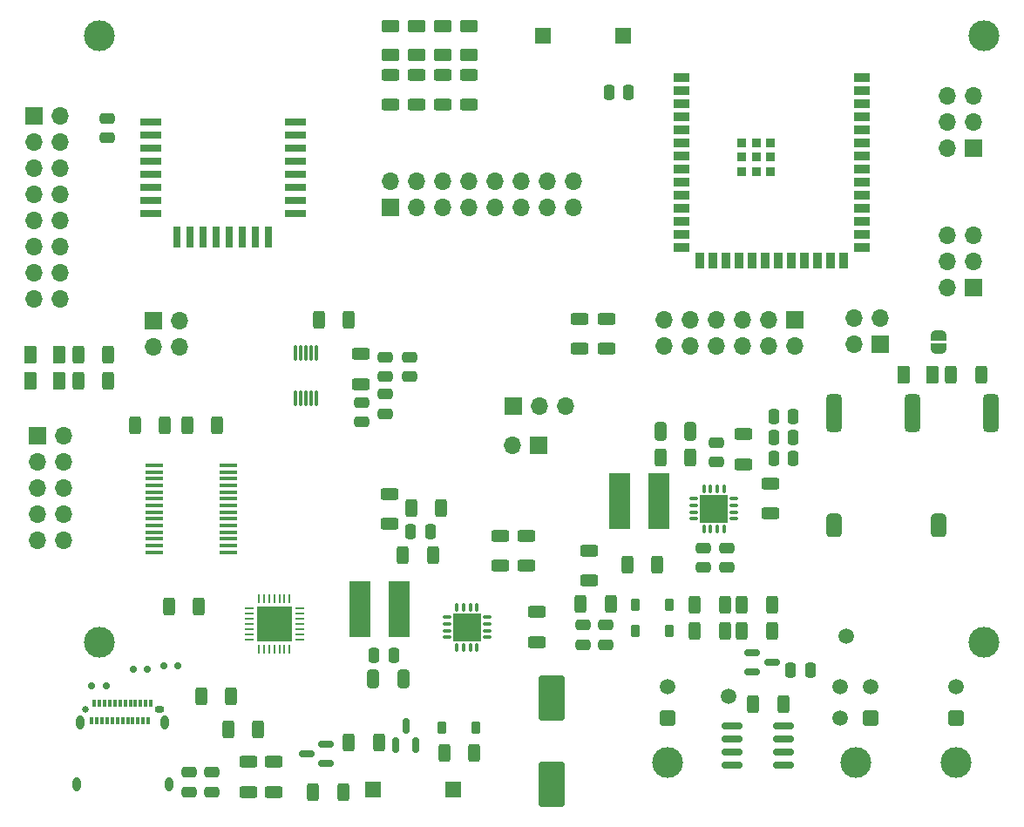
<source format=gts>
G04 #@! TF.GenerationSoftware,KiCad,Pcbnew,7.0.2-6a45011f42~172~ubuntu20.04.1*
G04 #@! TF.CreationDate,2023-05-01T11:45:46+02:00*
G04 #@! TF.ProjectId,pippino_board,70697070-696e-46f5-9f62-6f6172642e6b,rev?*
G04 #@! TF.SameCoordinates,Original*
G04 #@! TF.FileFunction,Soldermask,Top*
G04 #@! TF.FilePolarity,Negative*
%FSLAX46Y46*%
G04 Gerber Fmt 4.6, Leading zero omitted, Abs format (unit mm)*
G04 Created by KiCad (PCBNEW 7.0.2-6a45011f42~172~ubuntu20.04.1) date 2023-05-01 11:45:46*
%MOMM*%
%LPD*%
G01*
G04 APERTURE LIST*
G04 Aperture macros list*
%AMRoundRect*
0 Rectangle with rounded corners*
0 $1 Rounding radius*
0 $2 $3 $4 $5 $6 $7 $8 $9 X,Y pos of 4 corners*
0 Add a 4 corners polygon primitive as box body*
4,1,4,$2,$3,$4,$5,$6,$7,$8,$9,$2,$3,0*
0 Add four circle primitives for the rounded corners*
1,1,$1+$1,$2,$3*
1,1,$1+$1,$4,$5*
1,1,$1+$1,$6,$7*
1,1,$1+$1,$8,$9*
0 Add four rect primitives between the rounded corners*
20,1,$1+$1,$2,$3,$4,$5,0*
20,1,$1+$1,$4,$5,$6,$7,0*
20,1,$1+$1,$6,$7,$8,$9,0*
20,1,$1+$1,$8,$9,$2,$3,0*%
%AMFreePoly0*
4,1,19,0.500000,-0.750000,0.000000,-0.750000,0.000000,-0.744911,-0.071157,-0.744911,-0.207708,-0.704816,-0.327430,-0.627875,-0.420627,-0.520320,-0.479746,-0.390866,-0.500000,-0.250000,-0.500000,0.250000,-0.479746,0.390866,-0.420627,0.520320,-0.327430,0.627875,-0.207708,0.704816,-0.071157,0.744911,0.000000,0.744911,0.000000,0.750000,0.500000,0.750000,0.500000,-0.750000,0.500000,-0.750000,
$1*%
%AMFreePoly1*
4,1,19,0.000000,0.744911,0.071157,0.744911,0.207708,0.704816,0.327430,0.627875,0.420627,0.520320,0.479746,0.390866,0.500000,0.250000,0.500000,-0.250000,0.479746,-0.390866,0.420627,-0.520320,0.327430,-0.627875,0.207708,-0.704816,0.071157,-0.744911,0.000000,-0.744911,0.000000,-0.750000,-0.500000,-0.750000,-0.500000,0.750000,0.000000,0.750000,0.000000,0.744911,0.000000,0.744911,
$1*%
G04 Aperture macros list end*
%ADD10RoundRect,0.250000X0.625000X-0.312500X0.625000X0.312500X-0.625000X0.312500X-0.625000X-0.312500X0*%
%ADD11RoundRect,0.250000X0.312500X0.625000X-0.312500X0.625000X-0.312500X-0.625000X0.312500X-0.625000X0*%
%ADD12FreePoly0,270.000000*%
%ADD13FreePoly1,270.000000*%
%ADD14RoundRect,0.250000X-0.375000X-0.625000X0.375000X-0.625000X0.375000X0.625000X-0.375000X0.625000X0*%
%ADD15R,1.750000X0.450000*%
%ADD16RoundRect,0.250000X-0.625000X0.375000X-0.625000X-0.375000X0.625000X-0.375000X0.625000X0.375000X0*%
%ADD17RoundRect,0.250000X0.250000X0.475000X-0.250000X0.475000X-0.250000X-0.475000X0.250000X-0.475000X0*%
%ADD18C,3.000000*%
%ADD19RoundRect,0.150000X-0.150000X-0.200000X0.150000X-0.200000X0.150000X0.200000X-0.150000X0.200000X0*%
%ADD20RoundRect,0.250000X-0.312500X-0.625000X0.312500X-0.625000X0.312500X0.625000X-0.312500X0.625000X0*%
%ADD21RoundRect,0.250000X-0.475000X0.250000X-0.475000X-0.250000X0.475000X-0.250000X0.475000X0.250000X0*%
%ADD22RoundRect,0.381000X-0.381000X1.460500X-0.381000X-1.460500X0.381000X-1.460500X0.381000X1.460500X0*%
%ADD23RoundRect,0.381000X-0.381000X0.762000X-0.381000X-0.762000X0.381000X-0.762000X0.381000X0.762000X0*%
%ADD24C,1.500000*%
%ADD25RoundRect,0.087500X0.087500X-0.325000X0.087500X0.325000X-0.087500X0.325000X-0.087500X-0.325000X0*%
%ADD26RoundRect,0.087500X0.325000X-0.087500X0.325000X0.087500X-0.325000X0.087500X-0.325000X-0.087500X0*%
%ADD27R,2.700000X2.700000*%
%ADD28RoundRect,0.075000X-0.075000X0.650000X-0.075000X-0.650000X0.075000X-0.650000X0.075000X0.650000X0*%
%ADD29RoundRect,0.250001X0.499999X0.499999X-0.499999X0.499999X-0.499999X-0.499999X0.499999X-0.499999X0*%
%ADD30RoundRect,0.150000X-0.587500X-0.150000X0.587500X-0.150000X0.587500X0.150000X-0.587500X0.150000X0*%
%ADD31R,1.700000X1.700000*%
%ADD32O,1.700000X1.700000*%
%ADD33RoundRect,0.225000X-0.225000X-0.375000X0.225000X-0.375000X0.225000X0.375000X-0.225000X0.375000X0*%
%ADD34RoundRect,0.250000X-1.000000X1.950000X-1.000000X-1.950000X1.000000X-1.950000X1.000000X1.950000X0*%
%ADD35RoundRect,0.225000X0.225000X0.375000X-0.225000X0.375000X-0.225000X-0.375000X0.225000X-0.375000X0*%
%ADD36RoundRect,0.250000X0.475000X-0.250000X0.475000X0.250000X-0.475000X0.250000X-0.475000X-0.250000X0*%
%ADD37RoundRect,0.150000X0.150000X-0.587500X0.150000X0.587500X-0.150000X0.587500X-0.150000X-0.587500X0*%
%ADD38RoundRect,0.150000X0.150000X0.200000X-0.150000X0.200000X-0.150000X-0.200000X0.150000X-0.200000X0*%
%ADD39RoundRect,0.250000X-0.325000X-0.650000X0.325000X-0.650000X0.325000X0.650000X-0.325000X0.650000X0*%
%ADD40RoundRect,0.250000X-0.625000X0.312500X-0.625000X-0.312500X0.625000X-0.312500X0.625000X0.312500X0*%
%ADD41R,1.500000X1.500000*%
%ADD42RoundRect,0.250000X-0.250000X-0.475000X0.250000X-0.475000X0.250000X0.475000X-0.250000X0.475000X0*%
%ADD43R,1.500000X0.900000*%
%ADD44R,0.900000X1.500000*%
%ADD45R,0.900000X0.900000*%
%ADD46R,2.150000X5.500000*%
%ADD47RoundRect,0.062500X-0.337500X-0.062500X0.337500X-0.062500X0.337500X0.062500X-0.337500X0.062500X0*%
%ADD48RoundRect,0.062500X-0.062500X-0.337500X0.062500X-0.337500X0.062500X0.337500X-0.062500X0.337500X0*%
%ADD49R,3.350000X3.350000*%
%ADD50C,0.650000*%
%ADD51O,0.950000X0.650000*%
%ADD52R,0.300000X0.700000*%
%ADD53O,0.800000X1.400000*%
%ADD54RoundRect,0.150000X-0.825000X-0.150000X0.825000X-0.150000X0.825000X0.150000X-0.825000X0.150000X0*%
%ADD55RoundRect,0.150000X0.587500X0.150000X-0.587500X0.150000X-0.587500X-0.150000X0.587500X-0.150000X0*%
%ADD56R,2.000000X0.700000*%
%ADD57R,0.700000X2.000000*%
G04 APERTURE END LIST*
D10*
X138250000Y-131462500D03*
X138250000Y-128537500D03*
D11*
X110912500Y-117590000D03*
X107987500Y-117590000D03*
X133712500Y-157500000D03*
X130787500Y-157500000D03*
D12*
X191600000Y-113150000D03*
D13*
X191600000Y-114450000D03*
D14*
X103381250Y-117590000D03*
X106181250Y-117590000D03*
D15*
X122600000Y-134225000D03*
X122600000Y-133575000D03*
X122600000Y-132925000D03*
X122600000Y-132275000D03*
X122600000Y-131625000D03*
X122600000Y-130975000D03*
X122600000Y-130325000D03*
X122600000Y-129675000D03*
X122600000Y-129025000D03*
X122600000Y-128375000D03*
X122600000Y-127725000D03*
X122600000Y-127075000D03*
X122600000Y-126425000D03*
X122600000Y-125775000D03*
X115400000Y-125775000D03*
X115400000Y-126425000D03*
X115400000Y-127075000D03*
X115400000Y-127725000D03*
X115400000Y-128375000D03*
X115400000Y-129025000D03*
X115400000Y-129675000D03*
X115400000Y-130325000D03*
X115400000Y-130975000D03*
X115400000Y-131625000D03*
X115400000Y-132275000D03*
X115400000Y-132925000D03*
X115400000Y-133575000D03*
X115400000Y-134225000D03*
D14*
X103381250Y-115000000D03*
X106181250Y-115000000D03*
D16*
X143440000Y-83100000D03*
X143440000Y-85900000D03*
D14*
X188200000Y-117000000D03*
X191000000Y-117000000D03*
D11*
X110912500Y-115000000D03*
X107987500Y-115000000D03*
D17*
X177450000Y-125104000D03*
X175550000Y-125104000D03*
D18*
X196000000Y-84000000D03*
D19*
X117700000Y-145250000D03*
X116300000Y-145250000D03*
D20*
X164537500Y-125000000D03*
X167462500Y-125000000D03*
D10*
X124500000Y-157500000D03*
X124500000Y-154575000D03*
D21*
X118750000Y-155587500D03*
X118750000Y-157487500D03*
D22*
X196620000Y-120721500D03*
X189000000Y-120721500D03*
X181380000Y-120721500D03*
D23*
X181380000Y-131580000D03*
X191540000Y-131580000D03*
D11*
X159712500Y-139250000D03*
X156787500Y-139250000D03*
X137212500Y-152710000D03*
X134287500Y-152710000D03*
D24*
X182600000Y-142400000D03*
D25*
X168775000Y-131962500D03*
X169425000Y-131962500D03*
X170075000Y-131962500D03*
X170725000Y-131962500D03*
D26*
X171712500Y-130975000D03*
X171712500Y-130325000D03*
X171712500Y-129675000D03*
X171712500Y-129025000D03*
D25*
X170725000Y-128037500D03*
X170075000Y-128037500D03*
X169425000Y-128037500D03*
X168775000Y-128037500D03*
D26*
X167787500Y-129025000D03*
X167787500Y-129675000D03*
X167787500Y-130325000D03*
X167787500Y-130975000D03*
D27*
X169750000Y-130000000D03*
D28*
X131109000Y-114877000D03*
X130609000Y-114877000D03*
X130109000Y-114877000D03*
X129609000Y-114877000D03*
X129109000Y-114877000D03*
X129109000Y-119277000D03*
X129609000Y-119277000D03*
X130109000Y-119277000D03*
X130609000Y-119277000D03*
X131109000Y-119277000D03*
D10*
X151500000Y-135534500D03*
X151500000Y-132609500D03*
D17*
X179100000Y-145700000D03*
X177200000Y-145700000D03*
D21*
X170000000Y-123550000D03*
X170000000Y-125450000D03*
D11*
X146462500Y-153750000D03*
X143537500Y-153750000D03*
D18*
X110000000Y-84000000D03*
X183500000Y-154620000D03*
D29*
X185000000Y-150300000D03*
D24*
X182000000Y-150300000D03*
X185000000Y-147300000D03*
X182000000Y-147300000D03*
D11*
X121478500Y-121872000D03*
X118553500Y-121872000D03*
D30*
X173490500Y-145866000D03*
X173490500Y-143966000D03*
X175365500Y-144916000D03*
D31*
X177600000Y-111625000D03*
D32*
X177600000Y-114165000D03*
X175060000Y-111625000D03*
X175060000Y-114165000D03*
X172520000Y-111625000D03*
X172520000Y-114165000D03*
X169980000Y-111625000D03*
X169980000Y-114165000D03*
X167440000Y-111625000D03*
X167440000Y-114165000D03*
X164900000Y-111625000D03*
X164900000Y-114165000D03*
D18*
X165200000Y-154620000D03*
D29*
X165200000Y-150300000D03*
D24*
X165200000Y-147300000D03*
D16*
X140900000Y-83100000D03*
X140900000Y-85900000D03*
D20*
X122537500Y-151400000D03*
X125462500Y-151400000D03*
D33*
X162110000Y-141868000D03*
X165410000Y-141868000D03*
D34*
X154000000Y-148400000D03*
X154000000Y-156800000D03*
D18*
X196000000Y-143000000D03*
D35*
X146650000Y-151250000D03*
X143350000Y-151250000D03*
D36*
X157000000Y-143200000D03*
X157000000Y-141300000D03*
D20*
X113473500Y-121872000D03*
X116398500Y-121872000D03*
D21*
X135500000Y-119650000D03*
X135500000Y-121550000D03*
X140200000Y-115250000D03*
X140200000Y-117150000D03*
D18*
X110000000Y-143000000D03*
D37*
X138850000Y-152937500D03*
X140750000Y-152937500D03*
X139800000Y-151062500D03*
D36*
X137800000Y-120750000D03*
X137800000Y-118850000D03*
D38*
X113300000Y-145600000D03*
X114700000Y-145600000D03*
D39*
X136625000Y-146500000D03*
X139575000Y-146500000D03*
D20*
X172457500Y-139328000D03*
X175382500Y-139328000D03*
D31*
X104000000Y-122920000D03*
D32*
X106540000Y-122920000D03*
X104000000Y-125460000D03*
X106540000Y-125460000D03*
X104000000Y-128000000D03*
X106540000Y-128000000D03*
X104000000Y-130540000D03*
X106540000Y-130540000D03*
X104000000Y-133080000D03*
X106540000Y-133080000D03*
D17*
X161450000Y-89500000D03*
X159550000Y-89500000D03*
D11*
X170810500Y-141868000D03*
X167885500Y-141868000D03*
D31*
X150225000Y-120000000D03*
D32*
X152765000Y-120000000D03*
X155305000Y-120000000D03*
D24*
X171200000Y-148200000D03*
D31*
X138340000Y-100725000D03*
D32*
X138340000Y-98185000D03*
X140880000Y-100725000D03*
X140880000Y-98185000D03*
X143420000Y-100725000D03*
X143420000Y-98185000D03*
X145960000Y-100725000D03*
X145960000Y-98185000D03*
X148500000Y-100725000D03*
X148500000Y-98185000D03*
X151040000Y-100725000D03*
X151040000Y-98185000D03*
X153580000Y-100725000D03*
X153580000Y-98185000D03*
X156120000Y-100725000D03*
X156120000Y-98185000D03*
D31*
X195000000Y-108500000D03*
D32*
X192460000Y-108500000D03*
X195000000Y-105960000D03*
X192460000Y-105960000D03*
X195000000Y-103420000D03*
X192460000Y-103420000D03*
D20*
X131337500Y-111600000D03*
X134262500Y-111600000D03*
D10*
X149000000Y-135534500D03*
X149000000Y-132609500D03*
D16*
X138360000Y-83100000D03*
X138360000Y-85900000D03*
D40*
X175200000Y-127537500D03*
X175200000Y-130462500D03*
D11*
X164262500Y-135400000D03*
X161337500Y-135400000D03*
D18*
X193250000Y-154620000D03*
D29*
X193250000Y-150300000D03*
D24*
X193250000Y-147300000D03*
D10*
X127000000Y-157500000D03*
X127000000Y-154575000D03*
D20*
X172457500Y-141868000D03*
X175382500Y-141868000D03*
D31*
X115250000Y-111750000D03*
D32*
X117790000Y-111750000D03*
X115250000Y-114290000D03*
X117790000Y-114290000D03*
D10*
X143440000Y-90752500D03*
X143440000Y-87827500D03*
D41*
X160900000Y-84000000D03*
X153100000Y-84000000D03*
D42*
X136750000Y-144200000D03*
X138650000Y-144200000D03*
D20*
X140335000Y-129921000D03*
X143260000Y-129921000D03*
D10*
X156650000Y-114462500D03*
X156650000Y-111537500D03*
D20*
X119937500Y-148200000D03*
X122862500Y-148200000D03*
D10*
X140900000Y-90752500D03*
X140900000Y-87827500D03*
D43*
X166590000Y-88090000D03*
X166590000Y-89360000D03*
X166590000Y-90630000D03*
X166590000Y-91900000D03*
X166590000Y-93170000D03*
X166590000Y-94440000D03*
X166590000Y-95710000D03*
X166590000Y-96980000D03*
X166590000Y-98250000D03*
X166590000Y-99520000D03*
X166590000Y-100790000D03*
X166590000Y-102060000D03*
X166590000Y-103330000D03*
X166590000Y-104600000D03*
D44*
X168355000Y-105850000D03*
X169625000Y-105850000D03*
X170895000Y-105850000D03*
X172165000Y-105850000D03*
X173435000Y-105850000D03*
X174705000Y-105850000D03*
X175975000Y-105850000D03*
X177245000Y-105850000D03*
X178515000Y-105850000D03*
X179785000Y-105850000D03*
X181055000Y-105850000D03*
X182325000Y-105850000D03*
D43*
X184090000Y-104600000D03*
X184090000Y-103330000D03*
X184090000Y-102060000D03*
X184090000Y-100790000D03*
X184090000Y-99520000D03*
X184090000Y-98250000D03*
X184090000Y-96980000D03*
X184090000Y-95710000D03*
X184090000Y-94440000D03*
X184090000Y-93170000D03*
X184090000Y-91900000D03*
X184090000Y-90630000D03*
X184090000Y-89360000D03*
X184090000Y-88090000D03*
D45*
X172440000Y-94410000D03*
X172440000Y-95810000D03*
X172440000Y-97210000D03*
X173840000Y-94410000D03*
X173840000Y-95810000D03*
X173840000Y-97210000D03*
X175240000Y-94410000D03*
X175240000Y-95810000D03*
X175240000Y-97210000D03*
D39*
X164525000Y-122500000D03*
X167475000Y-122500000D03*
D46*
X139175000Y-139750000D03*
X135325000Y-139750000D03*
D47*
X124580000Y-139684000D03*
X124580000Y-140184000D03*
X124580000Y-140684000D03*
X124580000Y-141184000D03*
X124580000Y-141684000D03*
X124580000Y-142184000D03*
X124580000Y-142684000D03*
D48*
X125530000Y-143634000D03*
X126030000Y-143634000D03*
X126530000Y-143634000D03*
X127030000Y-143634000D03*
X127530000Y-143634000D03*
X128030000Y-143634000D03*
X128530000Y-143634000D03*
D47*
X129480000Y-142684000D03*
X129480000Y-142184000D03*
X129480000Y-141684000D03*
X129480000Y-141184000D03*
X129480000Y-140684000D03*
X129480000Y-140184000D03*
X129480000Y-139684000D03*
D48*
X128530000Y-138734000D03*
X128030000Y-138734000D03*
X127530000Y-138734000D03*
X127030000Y-138734000D03*
X126530000Y-138734000D03*
X126030000Y-138734000D03*
X125530000Y-138734000D03*
D49*
X127030000Y-141184000D03*
D31*
X185940000Y-114000000D03*
D32*
X183400000Y-114000000D03*
X185940000Y-111460000D03*
X183400000Y-111460000D03*
D10*
X135400000Y-117862500D03*
X135400000Y-114937500D03*
D42*
X140300000Y-132250000D03*
X142200000Y-132250000D03*
D10*
X152500000Y-142962500D03*
X152500000Y-140037500D03*
D20*
X139537500Y-134500000D03*
X142462500Y-134500000D03*
D36*
X110774000Y-93950000D03*
X110774000Y-92050000D03*
D11*
X119712500Y-139500000D03*
X116787500Y-139500000D03*
D36*
X159250000Y-143200000D03*
X159250000Y-141300000D03*
D17*
X177450000Y-123072000D03*
X175550000Y-123072000D03*
D20*
X167885500Y-139328000D03*
X170810500Y-139328000D03*
D21*
X168750000Y-133800000D03*
X168750000Y-135700000D03*
D50*
X108698000Y-149524000D03*
D51*
X115898000Y-149524000D03*
D52*
X109548000Y-148864000D03*
X110048000Y-148864000D03*
X110548000Y-148864000D03*
X111048000Y-148864000D03*
X111548000Y-148864000D03*
X112048000Y-148864000D03*
X112548000Y-148864000D03*
X113048000Y-148864000D03*
X113548000Y-148864000D03*
X114048000Y-148864000D03*
X114548000Y-148864000D03*
X115048000Y-148864000D03*
X114798000Y-150564000D03*
X114298000Y-150564000D03*
X113798000Y-150564000D03*
X113298000Y-150564000D03*
X112798000Y-150564000D03*
X112298000Y-150564000D03*
X111798000Y-150564000D03*
X111298000Y-150564000D03*
X110798000Y-150564000D03*
X110298000Y-150564000D03*
X109798000Y-150564000D03*
X109298000Y-150564000D03*
D53*
X107808000Y-156724000D03*
X108168000Y-150774000D03*
X116428000Y-150774000D03*
X116788000Y-156724000D03*
D17*
X177450000Y-121040000D03*
X175550000Y-121040000D03*
D54*
X171525000Y-151095000D03*
X171525000Y-152365000D03*
X171525000Y-153635000D03*
X171525000Y-154905000D03*
X176475000Y-154905000D03*
X176475000Y-153635000D03*
X176475000Y-152365000D03*
X176475000Y-151095000D03*
D16*
X145980000Y-83100000D03*
X145980000Y-85900000D03*
D21*
X121000000Y-155587500D03*
X121000000Y-157487500D03*
D25*
X144775000Y-143462500D03*
X145425000Y-143462500D03*
X146075000Y-143462500D03*
X146725000Y-143462500D03*
D26*
X147712500Y-142475000D03*
X147712500Y-141825000D03*
X147712500Y-141175000D03*
X147712500Y-140525000D03*
D25*
X146725000Y-139537500D03*
X146075000Y-139537500D03*
X145425000Y-139537500D03*
X144775000Y-139537500D03*
D26*
X143787500Y-140525000D03*
X143787500Y-141175000D03*
X143787500Y-141825000D03*
X143787500Y-142475000D03*
D27*
X145750000Y-141500000D03*
D31*
X195000000Y-95000000D03*
D32*
X192460000Y-95000000D03*
X195000000Y-92460000D03*
X192460000Y-92460000D03*
X195000000Y-89920000D03*
X192460000Y-89920000D03*
D19*
X110700000Y-147200000D03*
X109300000Y-147200000D03*
D10*
X145980000Y-90752500D03*
X145980000Y-87827500D03*
D55*
X132087500Y-154750000D03*
X132087500Y-152850000D03*
X130212500Y-153800000D03*
D11*
X195712500Y-117000000D03*
X192787500Y-117000000D03*
D46*
X164425000Y-129250000D03*
X160575000Y-129250000D03*
D31*
X103725000Y-91835000D03*
D32*
X106265000Y-91835000D03*
X103725000Y-94375000D03*
X106265000Y-94375000D03*
X103725000Y-96915000D03*
X106265000Y-96915000D03*
X103725000Y-99455000D03*
X106265000Y-99455000D03*
X103725000Y-101995000D03*
X106265000Y-101995000D03*
X103725000Y-104535000D03*
X106265000Y-104535000D03*
X103725000Y-107075000D03*
X106265000Y-107075000D03*
X103725000Y-109615000D03*
X106265000Y-109615000D03*
D36*
X137800000Y-117150000D03*
X137800000Y-115250000D03*
D10*
X159350000Y-114462500D03*
X159350000Y-111537500D03*
D31*
X152750000Y-123810000D03*
D32*
X150210000Y-123810000D03*
D40*
X172600000Y-122737500D03*
X172600000Y-125662500D03*
D10*
X138360000Y-90752500D03*
X138360000Y-87827500D03*
D56*
X115000000Y-92410400D03*
X115000000Y-93680400D03*
X115000000Y-94950400D03*
X115000000Y-96220400D03*
X115000000Y-97490400D03*
X115000000Y-98760400D03*
X115000000Y-100030400D03*
X115000000Y-101300400D03*
D57*
X117590000Y-103560400D03*
X118860000Y-103560400D03*
X120130000Y-103560400D03*
X121400000Y-103560400D03*
X122670000Y-103560400D03*
X123940000Y-103560400D03*
X125210000Y-103560400D03*
X126480000Y-103560400D03*
D56*
X129100000Y-101300400D03*
X129100000Y-100030400D03*
X129100000Y-98760400D03*
X129100000Y-97490400D03*
X129100000Y-96220400D03*
X129100000Y-94950400D03*
X129100000Y-93680400D03*
X129100000Y-92410400D03*
D33*
X162110000Y-139328000D03*
X165410000Y-139328000D03*
D40*
X157600000Y-134037500D03*
X157600000Y-136962500D03*
D41*
X136600000Y-157250000D03*
X144400000Y-157250000D03*
D20*
X173537500Y-149000000D03*
X176462500Y-149000000D03*
D21*
X171000000Y-133800000D03*
X171000000Y-135700000D03*
M02*

</source>
